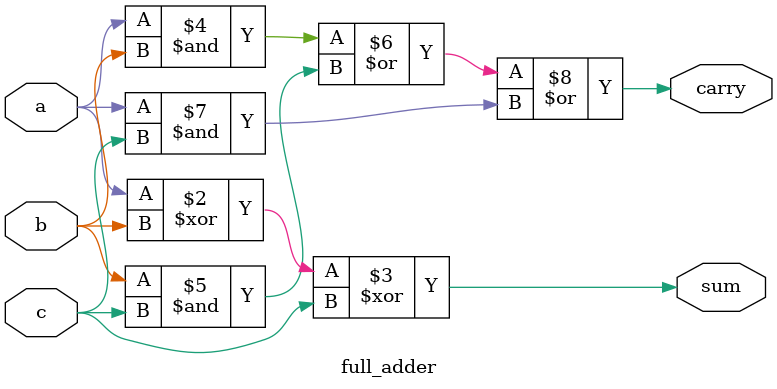
<source format=v>
module full_adder(input a,b,c,output reg sum,carry);
always @(*) begin
sum=a^b^c;
carry=(a&b)|(b&c)|(a&c);
end
endmodule



</source>
